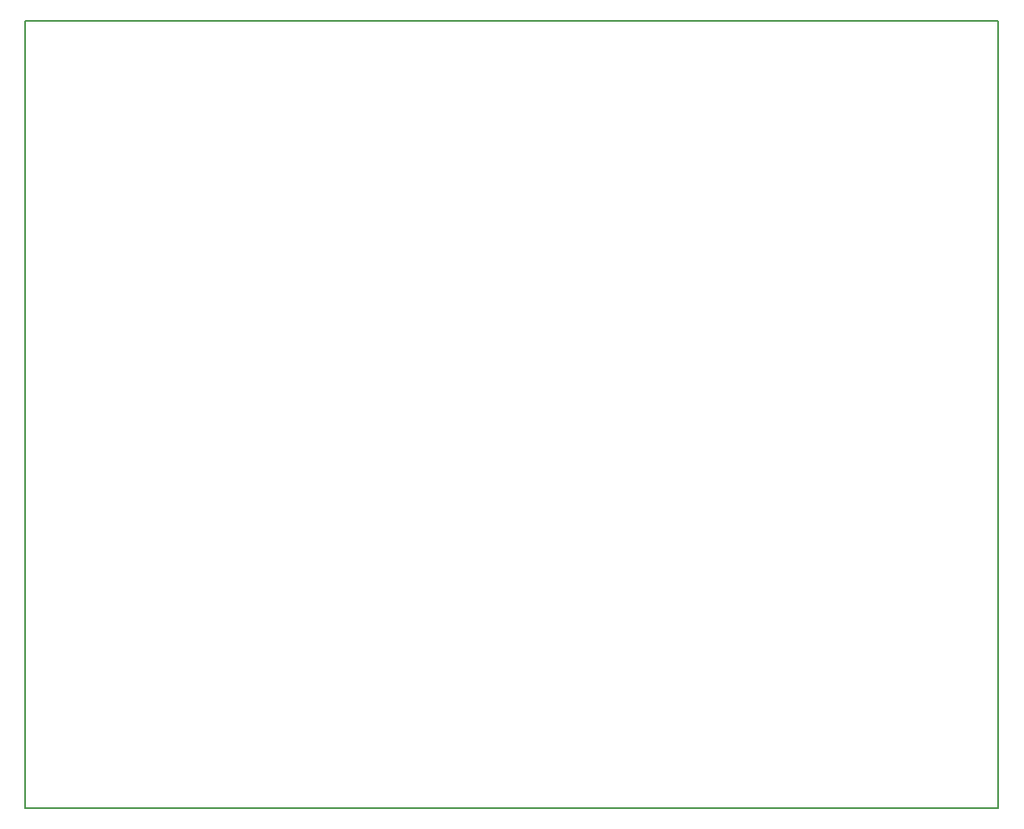
<source format=gbo>
G04 MADE WITH FRITZING*
G04 WWW.FRITZING.ORG*
G04 DOUBLE SIDED*
G04 HOLES PLATED*
G04 CONTOUR ON CENTER OF CONTOUR VECTOR*
%ASAXBY*%
%FSLAX23Y23*%
%MOIN*%
%OFA0B0*%
%SFA1.0B1.0*%
%ADD10R,3.887650X3.149610X3.871650X3.133610*%
%ADD11C,0.008000*%
%LNSILK0*%
G90*
G70*
G54D11*
X4Y3146D02*
X3884Y3146D01*
X3884Y4D01*
X4Y4D01*
X4Y3146D01*
D02*
G04 End of Silk0*
M02*
</source>
